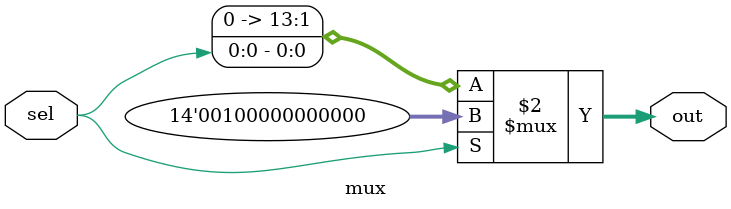
<source format=sv>
module mux    #(
		parameter IN1 = 14'h800
	      )
	      (
		  input sel,  
                  output [13:0] out   
               );


assign out = (sel) ? IN1 : sel;

endmodule

</source>
